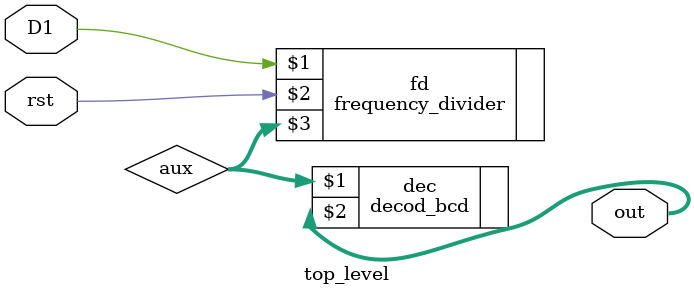
<source format=v>
`include "frequency_divider.v"
`include "decod_bcd.v"

module top_level (
	input D1,
	input rst,
	output [6:0] out
);
	wire [3:0] aux;
	frequency_divider fd(D1, rst, aux);
	decod_bcd dec(aux, out);

endmodule

</source>
